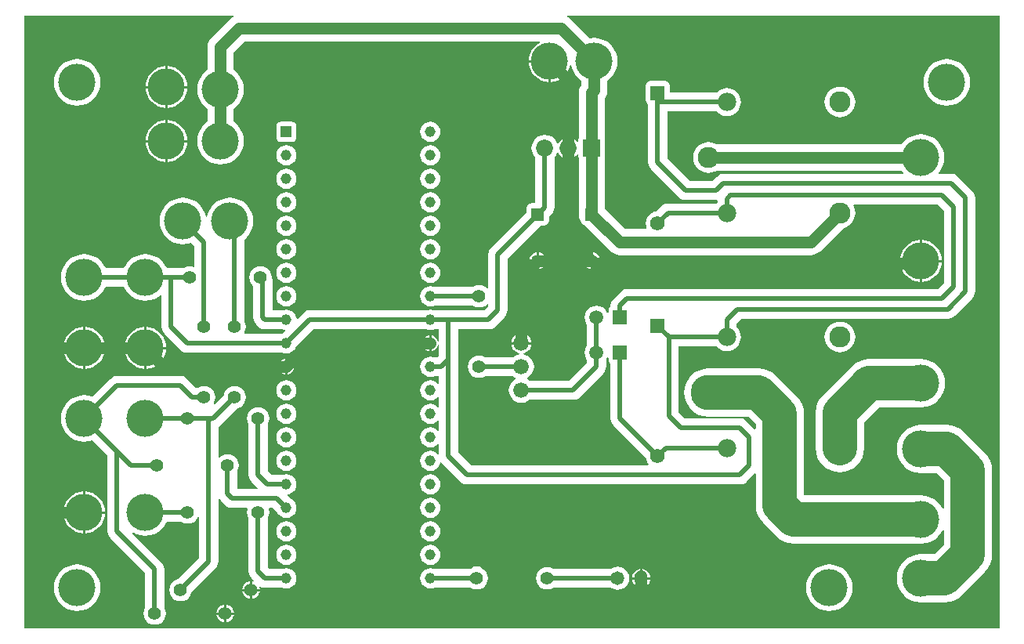
<source format=gbl>
G04 Layer_Physical_Order=2*
G04 Layer_Color=16711680*
%FSLAX44Y44*%
%MOMM*%
G71*
G01*
G75*
%ADD10C,0.5080*%
%ADD11C,1.2700*%
%ADD12C,3.6830*%
%ADD13C,1.4000*%
%ADD14C,1.4800*%
%ADD15C,4.0000*%
%ADD16C,1.5750*%
%ADD17R,1.5750X1.5750*%
%ADD18R,1.1590X1.1590*%
%ADD19C,1.1590*%
%ADD20C,2.2860*%
%ADD21C,1.9800*%
%ADD22C,3.8100*%
%ADD23C,1.6764*%
%ADD24C,1.8450*%
%ADD25R,1.8450X1.8450*%
%ADD26C,1.5000*%
%ADD27R,1.5000X1.5000*%
%ADD28R,1.3500X1.3500*%
%ADD29C,1.3500*%
G36*
X1060326Y6474D02*
X6474D01*
Y669166D01*
X232362D01*
X232710Y667935D01*
X231715Y667523D01*
X228797Y665284D01*
X208477Y644964D01*
X206237Y642045D01*
X204830Y638647D01*
X204349Y635000D01*
Y610161D01*
X200620Y607100D01*
X197486Y603281D01*
X195157Y598924D01*
X193723Y594197D01*
X193239Y589280D01*
X193723Y584363D01*
X195157Y579636D01*
X197486Y575279D01*
X200620Y571460D01*
X204349Y568399D01*
Y554281D01*
X200620Y551220D01*
X197486Y547401D01*
X195157Y543044D01*
X193723Y538317D01*
X193239Y533400D01*
X193723Y528483D01*
X195157Y523756D01*
X197486Y519399D01*
X200620Y515580D01*
X204439Y512446D01*
X208796Y510117D01*
X213523Y508683D01*
X218440Y508199D01*
X223357Y508683D01*
X228084Y510117D01*
X232441Y512446D01*
X236260Y515580D01*
X239394Y519399D01*
X241723Y523756D01*
X243157Y528483D01*
X243641Y533400D01*
X243157Y538317D01*
X241723Y543044D01*
X239394Y547401D01*
X236260Y551220D01*
X232530Y554281D01*
Y568399D01*
X236260Y571460D01*
X239394Y575279D01*
X241723Y579636D01*
X243157Y584363D01*
X243641Y589280D01*
X243157Y594197D01*
X241723Y598924D01*
X239394Y603281D01*
X236260Y607100D01*
X232530Y610161D01*
Y629164D01*
X244597Y641229D01*
X563697D01*
X564015Y639959D01*
X561457Y638592D01*
X558025Y635775D01*
X555208Y632343D01*
X553115Y628427D01*
X551826Y624179D01*
X551516Y621030D01*
X574040D01*
Y619760D01*
X575310D01*
Y597236D01*
X578459Y597546D01*
X582707Y598835D01*
X586623Y600928D01*
X590055Y603745D01*
X592872Y607177D01*
X594965Y611093D01*
X596254Y615341D01*
X596256Y615361D01*
X597532D01*
X597583Y614843D01*
X599017Y610116D01*
X601346Y605759D01*
X604480Y601940D01*
X608209Y598879D01*
Y593685D01*
X607557Y592835D01*
X606150Y589436D01*
X605670Y585789D01*
Y536584D01*
X605355Y535005D01*
Y532863D01*
X604086Y532432D01*
X602751Y534171D01*
X600293Y536057D01*
X597431Y537242D01*
X595630Y537479D01*
Y525780D01*
Y514081D01*
X597431Y514318D01*
X600293Y515503D01*
X602751Y517389D01*
X604086Y519128D01*
X605355Y518697D01*
Y516555D01*
X605670Y514977D01*
Y454260D01*
X606150Y450613D01*
X607557Y447215D01*
X608005Y446631D01*
X608225Y445528D01*
X609347Y443848D01*
X611028Y442725D01*
X611453Y442640D01*
X639877Y414217D01*
X639877Y414216D01*
X642795Y411977D01*
X646193Y410570D01*
X649840Y410089D01*
X649840Y410089D01*
X856330D01*
X859977Y410570D01*
X863375Y411977D01*
X866293Y414216D01*
X891609Y439532D01*
X894119Y440293D01*
X896987Y441826D01*
X899501Y443889D01*
X901564Y446403D01*
X903097Y449271D01*
X904041Y452384D01*
X904360Y455620D01*
X904041Y458857D01*
X903097Y461969D01*
X902202Y463643D01*
X902855Y464732D01*
X993975D01*
X1000672Y458035D01*
Y380165D01*
X993975Y373468D01*
X657860D01*
X655208Y373119D01*
X652736Y372095D01*
X650614Y370466D01*
X642994Y362846D01*
X641365Y360724D01*
X640341Y358252D01*
X639992Y355600D01*
X639992Y355600D01*
Y354674D01*
X639077Y354062D01*
X637955Y352382D01*
X637561Y350400D01*
Y348382D01*
X636291Y348129D01*
X635829Y349244D01*
X633812Y351872D01*
X631184Y353889D01*
X628124Y355156D01*
X624840Y355588D01*
X621556Y355156D01*
X618496Y353889D01*
X615868Y351872D01*
X613851Y349244D01*
X612584Y346184D01*
X612151Y342900D01*
X612584Y339616D01*
X613851Y336556D01*
X614592Y335590D01*
Y312110D01*
X613851Y311144D01*
X612584Y308084D01*
X612151Y304800D01*
X612584Y301516D01*
X613851Y298456D01*
X614592Y297490D01*
Y293805D01*
X595195Y274408D01*
X552319D01*
X550349Y275919D01*
X549610Y276225D01*
Y277495D01*
X550349Y277801D01*
X553161Y279959D01*
X555319Y282771D01*
X556675Y286046D01*
X557138Y289560D01*
X556675Y293074D01*
X555319Y296349D01*
X553161Y299161D01*
X550349Y301319D01*
X547074Y302675D01*
X545365Y302901D01*
Y304181D01*
X546411Y304319D01*
X549068Y305420D01*
X551350Y307170D01*
X553100Y309452D01*
X554201Y312109D01*
X554409Y313690D01*
X543560D01*
X532711D01*
X532919Y312109D01*
X534020Y309452D01*
X535770Y307170D01*
X538052Y305420D01*
X540709Y304319D01*
X541755Y304181D01*
Y302901D01*
X540046Y302675D01*
X536771Y301319D01*
X534801Y299808D01*
X504328D01*
X503932Y300112D01*
X500993Y301329D01*
X497840Y301744D01*
X494687Y301329D01*
X491748Y300112D01*
X489224Y298176D01*
X487288Y295652D01*
X486071Y292714D01*
X485656Y289560D01*
X486071Y286406D01*
X487288Y283468D01*
X489224Y280944D01*
X491748Y279008D01*
X494687Y277791D01*
X497840Y277376D01*
X500993Y277791D01*
X503932Y279008D01*
X504328Y279312D01*
X534801D01*
X536771Y277801D01*
X537510Y277495D01*
Y276225D01*
X536771Y275919D01*
X533959Y273761D01*
X531801Y270949D01*
X530444Y267674D01*
X529982Y264160D01*
X530444Y260646D01*
X531801Y257371D01*
X533959Y254559D01*
X536771Y252401D01*
X540046Y251045D01*
X543560Y250582D01*
X547074Y251045D01*
X550349Y252401D01*
X552319Y253912D01*
X599440D01*
X599440Y253912D01*
X602092Y254261D01*
X604564Y255285D01*
X606686Y256914D01*
X632086Y282314D01*
X632086Y282314D01*
X633715Y284436D01*
X634739Y286908D01*
X635088Y289560D01*
X635088Y289560D01*
Y297490D01*
X635829Y298456D01*
X636291Y299571D01*
X637561Y299318D01*
Y297300D01*
X637955Y295318D01*
X639077Y293638D01*
X639992Y293026D01*
Y233680D01*
X639992Y233680D01*
X640341Y231028D01*
X641365Y228556D01*
X642994Y226434D01*
X678029Y191398D01*
X678259Y189658D01*
X679564Y186507D01*
X681305Y184238D01*
X680736Y182968D01*
X489385D01*
X475068Y197285D01*
Y297180D01*
Y330112D01*
X508000D01*
X508000Y330112D01*
X510652Y330462D01*
X513124Y331485D01*
X515246Y333114D01*
X525406Y343274D01*
X525406Y343274D01*
X527035Y345396D01*
X528059Y347868D01*
X528408Y350520D01*
Y406836D01*
X563903Y442331D01*
X568090D01*
X570072Y442725D01*
X571753Y443848D01*
X572875Y445528D01*
X573270Y447510D01*
Y451697D01*
X576206Y454634D01*
X577835Y456756D01*
X578858Y459228D01*
X579208Y461880D01*
Y515636D01*
X581455Y518566D01*
X582347Y520719D01*
X583722D01*
X584083Y519847D01*
X585969Y517389D01*
X588427Y515503D01*
X591289Y514318D01*
X593090Y514081D01*
Y525780D01*
Y537479D01*
X591289Y537242D01*
X588427Y536057D01*
X585969Y534171D01*
X584083Y531713D01*
X583722Y530841D01*
X582347D01*
X581455Y532994D01*
X579162Y535982D01*
X576174Y538275D01*
X572694Y539717D01*
X568960Y540208D01*
X565226Y539717D01*
X561746Y538275D01*
X558758Y535982D01*
X556465Y532994D01*
X555023Y529514D01*
X554532Y525780D01*
X555023Y522046D01*
X556465Y518566D01*
X558712Y515636D01*
Y466190D01*
X554590D01*
X552608Y465796D01*
X550928Y464673D01*
X549805Y462992D01*
X549411Y461010D01*
Y456823D01*
X510914Y418326D01*
X509285Y416204D01*
X508261Y413732D01*
X507912Y411080D01*
X507912Y411080D01*
Y374453D01*
X506710Y374044D01*
X506456Y374376D01*
X503932Y376312D01*
X500993Y377529D01*
X497840Y377944D01*
X494687Y377529D01*
X491748Y376312D01*
X491352Y376008D01*
X448817D01*
X447979Y376355D01*
X445140Y376729D01*
X442301Y376355D01*
X439656Y375259D01*
X437384Y373516D01*
X435641Y371244D01*
X434545Y368599D01*
X434171Y365760D01*
X434545Y362921D01*
X435641Y360276D01*
X437384Y358004D01*
X439656Y356261D01*
X442301Y355165D01*
X445140Y354791D01*
X447979Y355165D01*
X448817Y355512D01*
X491352D01*
X491748Y355208D01*
X494687Y353991D01*
X497840Y353576D01*
X500993Y353991D01*
X503932Y355208D01*
X506456Y357144D01*
X506710Y357476D01*
X507912Y357067D01*
Y354765D01*
X503755Y350608D01*
X448817D01*
X447979Y350955D01*
X445140Y351329D01*
X442301Y350955D01*
X441462Y350608D01*
X314960D01*
X314960Y350608D01*
X312308Y350258D01*
X309836Y349235D01*
X307714Y347606D01*
X307714Y347606D01*
X301537Y341429D01*
X300334Y341838D01*
X300155Y343199D01*
X299059Y345844D01*
X297316Y348116D01*
X295044Y349859D01*
X292399Y350955D01*
X289560Y351329D01*
X286721Y350955D01*
X285882Y350608D01*
X274408D01*
Y383540D01*
X274058Y386192D01*
X273664Y387145D01*
X273389Y389234D01*
X272172Y392172D01*
X270236Y394696D01*
X267712Y396632D01*
X264774Y397849D01*
X261620Y398264D01*
X258466Y397849D01*
X255528Y396632D01*
X253004Y394696D01*
X251068Y392172D01*
X249851Y389234D01*
X249436Y386080D01*
X249851Y382926D01*
X251068Y379988D01*
X253004Y377464D01*
X253912Y376768D01*
Y342900D01*
X253912Y342900D01*
X254261Y340248D01*
X255285Y337776D01*
X256914Y335654D01*
X259454Y333114D01*
X259454Y333114D01*
X261576Y331485D01*
X264048Y330462D01*
X266700Y330112D01*
X285882D01*
X286721Y329765D01*
X288083Y329586D01*
X288491Y328383D01*
X285315Y325208D01*
X244562D01*
X244001Y326347D01*
X244232Y326648D01*
X245449Y329586D01*
X245864Y332740D01*
X245449Y335894D01*
X244232Y338832D01*
X243928Y339229D01*
Y427174D01*
X246420Y429220D01*
X249554Y433039D01*
X251883Y437396D01*
X253317Y442123D01*
X253801Y447040D01*
X253317Y451957D01*
X251883Y456684D01*
X249554Y461041D01*
X246420Y464860D01*
X242601Y467994D01*
X238244Y470323D01*
X233517Y471757D01*
X228600Y472241D01*
X223683Y471757D01*
X218956Y470323D01*
X214599Y467994D01*
X210780Y464860D01*
X207646Y461041D01*
X205317Y456684D01*
X203883Y451957D01*
X203838Y451502D01*
X202562D01*
X202517Y451957D01*
X201083Y456684D01*
X198754Y461041D01*
X195620Y464860D01*
X191801Y467994D01*
X187444Y470323D01*
X182717Y471757D01*
X177800Y472241D01*
X172883Y471757D01*
X168156Y470323D01*
X163799Y467994D01*
X159980Y464860D01*
X156846Y461041D01*
X154517Y456684D01*
X153083Y451957D01*
X152599Y447040D01*
X153083Y442123D01*
X154517Y437396D01*
X156846Y433039D01*
X159980Y429220D01*
X163799Y426086D01*
X168156Y423757D01*
X172883Y422323D01*
X177800Y421839D01*
X182717Y422323D01*
X186789Y423558D01*
X190412Y419935D01*
Y398230D01*
X189356Y397525D01*
X188573Y397849D01*
X185420Y398264D01*
X182267Y397849D01*
X179328Y396632D01*
X178932Y396328D01*
X160120D01*
X158114Y400081D01*
X154980Y403900D01*
X151161Y407034D01*
X146804Y409363D01*
X142077Y410797D01*
X137160Y411281D01*
X132243Y410797D01*
X127516Y409363D01*
X123159Y407034D01*
X119340Y403900D01*
X116206Y400081D01*
X114200Y396328D01*
X94080D01*
X92074Y400081D01*
X88940Y403900D01*
X85121Y407034D01*
X80764Y409363D01*
X76037Y410797D01*
X71120Y411281D01*
X66203Y410797D01*
X61476Y409363D01*
X57119Y407034D01*
X53300Y403900D01*
X50166Y400081D01*
X47837Y395724D01*
X46403Y390997D01*
X45919Y386080D01*
X46403Y381163D01*
X47837Y376436D01*
X50166Y372079D01*
X53300Y368260D01*
X57119Y365126D01*
X61476Y362797D01*
X66203Y361363D01*
X71120Y360879D01*
X76037Y361363D01*
X80764Y362797D01*
X85121Y365126D01*
X88940Y368260D01*
X92074Y372079D01*
X94080Y375832D01*
X114200D01*
X116206Y372079D01*
X119340Y368260D01*
X123159Y365126D01*
X127516Y362797D01*
X132243Y361363D01*
X137160Y360879D01*
X142077Y361363D01*
X146804Y362797D01*
X151161Y365126D01*
X153704Y367213D01*
X154852Y366670D01*
Y332740D01*
X154852Y332740D01*
X155202Y330088D01*
X156225Y327616D01*
X157854Y325494D01*
X175634Y307714D01*
X175634Y307714D01*
X177756Y306085D01*
X180228Y305061D01*
X182880Y304712D01*
X285882D01*
X286721Y304365D01*
X289560Y303991D01*
X292399Y304365D01*
X295044Y305461D01*
X297316Y307204D01*
X299059Y309476D01*
X299407Y310314D01*
X319205Y330112D01*
X441462D01*
X442301Y329765D01*
X445140Y329391D01*
X447979Y329765D01*
X448817Y330112D01*
X454572D01*
Y316901D01*
X453302Y316818D01*
X453260Y317136D01*
X452421Y319163D01*
X451085Y320905D01*
X449343Y322241D01*
X447316Y323080D01*
X446410Y323200D01*
Y314960D01*
Y306720D01*
X447316Y306840D01*
X449343Y307679D01*
X451085Y309015D01*
X452421Y310757D01*
X453260Y312784D01*
X453302Y313102D01*
X454572Y313019D01*
Y301425D01*
X452955Y299808D01*
X448817D01*
X447979Y300155D01*
X445140Y300529D01*
X442301Y300155D01*
X439656Y299059D01*
X437384Y297316D01*
X435641Y295044D01*
X434545Y292399D01*
X434171Y289560D01*
X434545Y286721D01*
X435641Y284076D01*
X437384Y281804D01*
X439656Y280061D01*
X442301Y278965D01*
X445140Y278591D01*
X447979Y278965D01*
X448817Y279312D01*
X454572D01*
Y271707D01*
X453370Y271299D01*
X452896Y271916D01*
X450624Y273659D01*
X447979Y274755D01*
X445140Y275129D01*
X442301Y274755D01*
X439656Y273659D01*
X437384Y271916D01*
X435641Y269644D01*
X434545Y266999D01*
X434171Y264160D01*
X434545Y261321D01*
X435641Y258676D01*
X437384Y256404D01*
X439656Y254661D01*
X442301Y253565D01*
X445140Y253191D01*
X447979Y253565D01*
X450624Y254661D01*
X452896Y256404D01*
X453370Y257021D01*
X454572Y256613D01*
Y246307D01*
X453370Y245899D01*
X452896Y246516D01*
X450624Y248259D01*
X447979Y249355D01*
X445140Y249729D01*
X442301Y249355D01*
X439656Y248259D01*
X437384Y246516D01*
X435641Y244244D01*
X434545Y241599D01*
X434171Y238760D01*
X434545Y235921D01*
X435641Y233276D01*
X437384Y231004D01*
X439656Y229261D01*
X442301Y228165D01*
X445140Y227791D01*
X447979Y228165D01*
X450624Y229261D01*
X452896Y231004D01*
X453370Y231621D01*
X454572Y231213D01*
Y220907D01*
X453370Y220499D01*
X452896Y221116D01*
X450624Y222859D01*
X447979Y223955D01*
X445140Y224329D01*
X442301Y223955D01*
X439656Y222859D01*
X437384Y221116D01*
X435641Y218844D01*
X434545Y216199D01*
X434171Y213360D01*
X434545Y210521D01*
X435641Y207876D01*
X437384Y205604D01*
X439656Y203861D01*
X442301Y202765D01*
X445140Y202391D01*
X447979Y202765D01*
X450624Y203861D01*
X452896Y205604D01*
X453370Y206221D01*
X454572Y205813D01*
Y195507D01*
X453370Y195099D01*
X452896Y195716D01*
X450624Y197459D01*
X447979Y198555D01*
X445140Y198929D01*
X442301Y198555D01*
X439656Y197459D01*
X437384Y195716D01*
X435641Y193444D01*
X434545Y190799D01*
X434171Y187960D01*
X434545Y185121D01*
X435641Y182476D01*
X437384Y180204D01*
X439656Y178461D01*
X442301Y177365D01*
X445140Y176991D01*
X447979Y177365D01*
X450624Y178461D01*
X452896Y180204D01*
X454639Y182476D01*
X455735Y185121D01*
X455863Y186096D01*
X457090Y186424D01*
X457574Y185794D01*
X477894Y165474D01*
X480016Y163845D01*
X482488Y162822D01*
X485140Y162472D01*
X485140Y162472D01*
X779780D01*
X779780Y162472D01*
X782432Y162822D01*
X784904Y163845D01*
X787026Y165474D01*
X795626Y174073D01*
X796799Y173587D01*
Y139700D01*
X797302Y134596D01*
X798790Y129689D01*
X801208Y125166D01*
X804461Y121201D01*
X819701Y105961D01*
X823666Y102708D01*
X828189Y100290D01*
X833096Y98802D01*
X838200Y98299D01*
X975360D01*
X980464Y98802D01*
X985371Y100290D01*
X989894Y102708D01*
X993859Y105961D01*
X997112Y109926D01*
X998729Y112951D01*
X999999Y112633D01*
Y97196D01*
X989924Y87121D01*
X975360D01*
X970256Y86618D01*
X965349Y85130D01*
X960826Y82712D01*
X956861Y79459D01*
X953608Y75494D01*
X951190Y70971D01*
X949702Y66064D01*
X949199Y60960D01*
X949702Y55856D01*
X951190Y50949D01*
X953608Y46426D01*
X956861Y42461D01*
X960826Y39208D01*
X965349Y36790D01*
X970256Y35302D01*
X975360Y34799D01*
X1000760D01*
X1005864Y35302D01*
X1010771Y36790D01*
X1015294Y39208D01*
X1019259Y42461D01*
X1044659Y67861D01*
X1044659Y67861D01*
X1047912Y71826D01*
X1050330Y76349D01*
X1051818Y81256D01*
X1052321Y86360D01*
X1052321Y86360D01*
Y177800D01*
X1051818Y182904D01*
X1050330Y187811D01*
X1047912Y192334D01*
X1044659Y196299D01*
X1021799Y219159D01*
X1017834Y222412D01*
X1013311Y224830D01*
X1008404Y226318D01*
X1003300Y226821D01*
X975360D01*
X970256Y226318D01*
X965349Y224830D01*
X960826Y222412D01*
X956861Y219159D01*
X953608Y215194D01*
X951190Y210671D01*
X949702Y205764D01*
X949199Y200660D01*
X949702Y195556D01*
X951190Y190649D01*
X953608Y186126D01*
X956861Y182161D01*
X960826Y178908D01*
X965349Y176490D01*
X970256Y175002D01*
X975360Y174499D01*
X992464D01*
X999999Y166964D01*
Y136287D01*
X998729Y135969D01*
X997112Y138994D01*
X993859Y142959D01*
X989894Y146212D01*
X985371Y148630D01*
X980464Y150118D01*
X975360Y150621D01*
X849121D01*
Y238760D01*
X848618Y243864D01*
X847130Y248771D01*
X844712Y253294D01*
X841459Y257259D01*
X818599Y280119D01*
X814634Y283372D01*
X810111Y285790D01*
X805204Y287278D01*
X800100Y287781D01*
X745770D01*
X740666Y287278D01*
X735759Y285790D01*
X731236Y283372D01*
X727271Y280119D01*
X724018Y276154D01*
X721600Y271631D01*
X720112Y266724D01*
X719609Y261620D01*
X720112Y256516D01*
X721600Y251609D01*
X724018Y247086D01*
X727271Y243121D01*
X731236Y239868D01*
X735759Y237450D01*
X740666Y235962D01*
X745770Y235459D01*
X789264D01*
X796799Y227924D01*
Y222653D01*
X795626Y222167D01*
X787026Y230766D01*
X784904Y232395D01*
X782432Y233419D01*
X779780Y233768D01*
X779780Y233768D01*
X720525D01*
X713548Y240745D01*
Y311372D01*
X754801D01*
X755126Y310976D01*
X757407Y309104D01*
X760010Y307713D01*
X762833Y306857D01*
X765770Y306567D01*
X768707Y306857D01*
X771530Y307713D01*
X774133Y309104D01*
X776414Y310976D01*
X778286Y313257D01*
X779677Y315860D01*
X780533Y318683D01*
X780822Y321620D01*
X780533Y324557D01*
X779677Y327380D01*
X778286Y329983D01*
X776414Y332264D01*
X776018Y332589D01*
Y336115D01*
X781485Y341582D01*
X1004610D01*
X1004610Y341582D01*
X1007262Y341932D01*
X1009734Y342955D01*
X1011856Y344584D01*
X1030866Y363594D01*
X1030866Y363594D01*
X1032495Y365716D01*
X1033519Y368188D01*
X1033868Y370840D01*
X1033868Y370840D01*
Y472440D01*
X1033519Y475092D01*
X1032495Y477564D01*
X1030866Y479686D01*
X1015626Y494926D01*
X1013504Y496555D01*
X1011032Y497579D01*
X1008380Y497928D01*
X1008380Y497928D01*
X994770D01*
X994227Y499076D01*
X996314Y501619D01*
X998643Y505976D01*
X1000077Y510703D01*
X1000561Y515620D01*
X1000077Y520537D01*
X998643Y525264D01*
X996314Y529621D01*
X993180Y533440D01*
X989361Y536574D01*
X985004Y538903D01*
X980277Y540337D01*
X975360Y540821D01*
X970443Y540337D01*
X965716Y538903D01*
X961359Y536574D01*
X957540Y533440D01*
X954479Y529711D01*
X754432D01*
X752119Y530947D01*
X749006Y531891D01*
X745770Y532210D01*
X742533Y531891D01*
X739421Y530947D01*
X736553Y529414D01*
X734039Y527351D01*
X731976Y524837D01*
X730443Y521969D01*
X729499Y518857D01*
X729180Y515620D01*
X729499Y512383D01*
X730443Y509271D01*
X731976Y506403D01*
X734039Y503889D01*
X736553Y501826D01*
X739421Y500293D01*
X742533Y499349D01*
X745770Y499030D01*
X749006Y499349D01*
X752119Y500293D01*
X754432Y501530D01*
X954479D01*
X956493Y499076D01*
X955950Y497928D01*
X762000D01*
X759348Y497579D01*
X756876Y496555D01*
X754754Y494926D01*
X750135Y490308D01*
X725605D01*
X701128Y514785D01*
Y565372D01*
X754801D01*
X755126Y564976D01*
X757407Y563104D01*
X760010Y561713D01*
X762833Y560857D01*
X765770Y560567D01*
X768707Y560857D01*
X771530Y561713D01*
X774133Y563104D01*
X776414Y564976D01*
X778286Y567257D01*
X779677Y569860D01*
X780533Y572683D01*
X780822Y575620D01*
X780533Y578557D01*
X779677Y581380D01*
X778286Y583983D01*
X776414Y586264D01*
X774133Y588136D01*
X771530Y589527D01*
X768707Y590383D01*
X765770Y590672D01*
X762833Y590383D01*
X760010Y589527D01*
X757407Y588136D01*
X755126Y586264D01*
X754801Y585868D01*
X703934D01*
Y593375D01*
X703540Y595357D01*
X702418Y597037D01*
X700737Y598160D01*
X698755Y598554D01*
X683005D01*
X681023Y598160D01*
X679342Y597037D01*
X678220Y595357D01*
X677825Y593375D01*
Y577625D01*
X678220Y575643D01*
X679342Y573963D01*
X680632Y573101D01*
Y510540D01*
X680632Y510540D01*
X680982Y507888D01*
X682005Y505416D01*
X683634Y503294D01*
X714114Y472814D01*
X714114Y472814D01*
X716236Y471185D01*
X718708Y470162D01*
X721360Y469812D01*
X754380D01*
X754380Y469812D01*
X754567Y469837D01*
X755522Y469000D01*
Y466589D01*
X755126Y466264D01*
X754801Y465868D01*
X702000D01*
X702000Y465868D01*
X699348Y465519D01*
X696876Y464495D01*
X694754Y462866D01*
X694754Y462866D01*
X689238Y457351D01*
X687498Y457122D01*
X684347Y455816D01*
X681640Y453740D01*
X679564Y451033D01*
X678259Y447882D01*
X677813Y444500D01*
X678259Y441118D01*
X679000Y439327D01*
X678295Y438270D01*
X655677D01*
X633851Y460097D01*
Y514977D01*
X634165Y516555D01*
Y535005D01*
X633851Y536584D01*
Y580434D01*
X634503Y581284D01*
X635910Y584683D01*
X636390Y588330D01*
Y598879D01*
X640120Y601940D01*
X643254Y605759D01*
X645583Y610116D01*
X647017Y614843D01*
X647501Y619760D01*
X647017Y624677D01*
X645583Y629404D01*
X643254Y633761D01*
X640120Y637580D01*
X636301Y640714D01*
X631944Y643043D01*
X627217Y644477D01*
X622300Y644961D01*
X617499Y644488D01*
X596703Y665284D01*
X593785Y667523D01*
X592885Y667896D01*
X593138Y669166D01*
X1060326D01*
Y6474D01*
D02*
G37*
%LPC*%
G36*
X289560Y249729D02*
X286721Y249355D01*
X284076Y248259D01*
X281804Y246516D01*
X280061Y244244D01*
X278965Y241599D01*
X278591Y238760D01*
X278965Y235921D01*
X280061Y233276D01*
X281804Y231004D01*
X284076Y229261D01*
X286721Y228165D01*
X289560Y227791D01*
X292399Y228165D01*
X295044Y229261D01*
X297316Y231004D01*
X299059Y233276D01*
X300155Y235921D01*
X300529Y238760D01*
X300155Y241599D01*
X299059Y244244D01*
X297316Y246516D01*
X295044Y248259D01*
X292399Y249355D01*
X289560Y249729D01*
D02*
G37*
G36*
Y275129D02*
X286721Y274755D01*
X284076Y273659D01*
X281804Y271916D01*
X280061Y269644D01*
X278965Y266999D01*
X278591Y264160D01*
X278965Y261321D01*
X280061Y258676D01*
X281804Y256404D01*
X284076Y254661D01*
X286721Y253565D01*
X289560Y253191D01*
X292399Y253565D01*
X295044Y254661D01*
X297316Y256404D01*
X299059Y258676D01*
X300155Y261321D01*
X300529Y264160D01*
X300155Y266999D01*
X299059Y269644D01*
X297316Y271916D01*
X295044Y273659D01*
X292399Y274755D01*
X289560Y275129D01*
D02*
G37*
G36*
X288290Y288290D02*
X281320D01*
X281439Y287384D01*
X282279Y285357D01*
X283615Y283615D01*
X285357Y282279D01*
X287384Y281439D01*
X288290Y281320D01*
Y288290D01*
D02*
G37*
G36*
X175260Y279488D02*
X175260Y279488D01*
X106680D01*
X106680Y279488D01*
X104028Y279139D01*
X101556Y278115D01*
X99434Y276486D01*
X80109Y257162D01*
X76037Y258397D01*
X71120Y258881D01*
X66203Y258397D01*
X61476Y256963D01*
X57119Y254634D01*
X53300Y251500D01*
X50166Y247681D01*
X47837Y243324D01*
X46403Y238597D01*
X45919Y233680D01*
X46403Y228763D01*
X47837Y224036D01*
X50166Y219679D01*
X53300Y215860D01*
X57119Y212726D01*
X61476Y210397D01*
X66203Y208963D01*
X71120Y208479D01*
X76037Y208963D01*
X80109Y210198D01*
X96432Y193875D01*
Y111760D01*
X96432Y111760D01*
X96782Y109108D01*
X97805Y106636D01*
X99434Y104514D01*
X137072Y66875D01*
Y29348D01*
X136768Y28952D01*
X135551Y26014D01*
X135136Y22860D01*
X135551Y19706D01*
X136768Y16768D01*
X138704Y14244D01*
X141228Y12308D01*
X144166Y11091D01*
X147320Y10676D01*
X150473Y11091D01*
X153412Y12308D01*
X155936Y14244D01*
X157872Y16768D01*
X159089Y19706D01*
X159504Y22860D01*
X159089Y26014D01*
X157872Y28952D01*
X157568Y29348D01*
Y71120D01*
X157568Y71120D01*
X157219Y73772D01*
X156195Y76244D01*
X154566Y78366D01*
X154566Y78366D01*
X123347Y109585D01*
X124112Y110616D01*
X127516Y108797D01*
X132243Y107363D01*
X137160Y106879D01*
X142077Y107363D01*
X146804Y108797D01*
X151161Y111126D01*
X154980Y114260D01*
X158114Y118079D01*
X160120Y121832D01*
X176392D01*
X176788Y121528D01*
X179727Y120311D01*
X182880Y119896D01*
X186033Y120311D01*
X188972Y121528D01*
X191496Y123464D01*
X193432Y125988D01*
X194222Y127896D01*
X195492Y127644D01*
Y82985D01*
X172602Y60094D01*
X172106Y60029D01*
X169168Y58812D01*
X166644Y56876D01*
X164708Y54352D01*
X163491Y51413D01*
X163076Y48260D01*
X163491Y45107D01*
X164708Y42168D01*
X166644Y39644D01*
X169168Y37708D01*
X172106Y36491D01*
X175260Y36076D01*
X178414Y36491D01*
X181352Y37708D01*
X183876Y39644D01*
X185812Y42168D01*
X187029Y45107D01*
X187094Y45602D01*
X212986Y71494D01*
X212986Y71494D01*
X214615Y73616D01*
X215639Y76088D01*
X215988Y78740D01*
Y146404D01*
X217118Y147185D01*
X217258Y147182D01*
X218814Y145154D01*
X223894Y140074D01*
X223894Y140074D01*
X226016Y138445D01*
X228488Y137422D01*
X231140Y137072D01*
X231140Y137072D01*
X246930D01*
X247635Y136016D01*
X247311Y135233D01*
X246896Y132080D01*
X247311Y128926D01*
X248528Y125988D01*
X248832Y125591D01*
Y68580D01*
X248832Y68580D01*
X249181Y65928D01*
X250205Y63456D01*
X251834Y61334D01*
X254442Y58725D01*
X254084Y57872D01*
X253797Y57575D01*
X252730Y57715D01*
Y49530D01*
X260915D01*
X260754Y50750D01*
X260533Y51285D01*
X261576Y52085D01*
X264048Y51062D01*
X266700Y50712D01*
X285882D01*
X286721Y50365D01*
X289560Y49991D01*
X292399Y50365D01*
X295044Y51461D01*
X297316Y53204D01*
X299059Y55476D01*
X300155Y58121D01*
X300529Y60960D01*
X300155Y63799D01*
X299059Y66444D01*
X297316Y68716D01*
X295044Y70459D01*
X292399Y71555D01*
X289560Y71929D01*
X286721Y71555D01*
X285882Y71208D01*
X270945D01*
X269328Y72825D01*
Y125591D01*
X269632Y125988D01*
X270849Y128926D01*
X271264Y132080D01*
X270849Y135233D01*
X270525Y136016D01*
X271230Y137072D01*
X275155D01*
X279713Y132514D01*
X280061Y131676D01*
X281804Y129404D01*
X284076Y127661D01*
X286721Y126565D01*
X289560Y126191D01*
X292399Y126565D01*
X295044Y127661D01*
X297316Y129404D01*
X299059Y131676D01*
X300155Y134321D01*
X300529Y137160D01*
X300155Y139999D01*
X299059Y142644D01*
X297316Y144916D01*
X295044Y146659D01*
X294206Y147007D01*
X290629Y150583D01*
X291038Y151786D01*
X292399Y151965D01*
X295044Y153061D01*
X297316Y154804D01*
X299059Y157076D01*
X300155Y159721D01*
X300529Y162560D01*
X300155Y165399D01*
X299059Y168044D01*
X297316Y170316D01*
X295044Y172059D01*
X292399Y173155D01*
X289560Y173529D01*
X286721Y173155D01*
X285882Y172808D01*
X273485D01*
X269328Y176965D01*
Y227192D01*
X269632Y227588D01*
X270849Y230527D01*
X271264Y233680D01*
X270849Y236833D01*
X269632Y239772D01*
X267696Y242296D01*
X265172Y244232D01*
X262234Y245449D01*
X259080Y245864D01*
X255926Y245449D01*
X252988Y244232D01*
X250464Y242296D01*
X248528Y239772D01*
X247311Y236833D01*
X246896Y233680D01*
X247311Y230527D01*
X248528Y227588D01*
X248832Y227192D01*
Y172720D01*
X248832Y172720D01*
X249181Y170068D01*
X250205Y167596D01*
X251834Y165474D01*
X258567Y158741D01*
X258081Y157568D01*
X236308D01*
Y176392D01*
X236612Y176788D01*
X237829Y179727D01*
X238244Y182880D01*
X237829Y186033D01*
X236612Y188972D01*
X234676Y191496D01*
X232152Y193432D01*
X229214Y194649D01*
X226060Y195064D01*
X222906Y194649D01*
X219968Y193432D01*
X217444Y191496D01*
X217190Y191164D01*
X215988Y191573D01*
Y224839D01*
X218066Y226434D01*
X236338Y244706D01*
X236833Y244771D01*
X239772Y245988D01*
X242296Y247924D01*
X244232Y250448D01*
X245449Y253386D01*
X245864Y256540D01*
X245449Y259694D01*
X244232Y262632D01*
X242296Y265156D01*
X239772Y267092D01*
X236833Y268309D01*
X233680Y268724D01*
X230527Y268309D01*
X227588Y267092D01*
X225064Y265156D01*
X223128Y262632D01*
X221911Y259694D01*
X221846Y259198D01*
X211880Y249232D01*
X210923Y250072D01*
X211212Y250448D01*
X212429Y253386D01*
X212844Y256540D01*
X212429Y259694D01*
X211212Y262632D01*
X209276Y265156D01*
X206752Y267092D01*
X203813Y268309D01*
X200660Y268724D01*
X197507Y268309D01*
X194568Y267092D01*
X194172Y266788D01*
X192205D01*
X182506Y276486D01*
X180384Y278115D01*
X177912Y279139D01*
X175260Y279488D01*
D02*
G37*
G36*
X289560Y224329D02*
X286721Y223955D01*
X284076Y222859D01*
X281804Y221116D01*
X280061Y218844D01*
X278965Y216199D01*
X278591Y213360D01*
X278965Y210521D01*
X280061Y207876D01*
X281804Y205604D01*
X284076Y203861D01*
X286721Y202765D01*
X289560Y202391D01*
X292399Y202765D01*
X295044Y203861D01*
X297316Y205604D01*
X299059Y207876D01*
X300155Y210521D01*
X300529Y213360D01*
X300155Y216199D01*
X299059Y218844D01*
X297316Y221116D01*
X295044Y222859D01*
X292399Y223955D01*
X289560Y224329D01*
D02*
G37*
G36*
X72390Y154604D02*
Y133350D01*
X93644D01*
X93334Y136499D01*
X92045Y140747D01*
X89952Y144663D01*
X87135Y148095D01*
X83703Y150912D01*
X79787Y153005D01*
X75539Y154294D01*
X72390Y154604D01*
D02*
G37*
G36*
X69850D02*
X66701Y154294D01*
X62453Y153005D01*
X58537Y150912D01*
X55105Y148095D01*
X52288Y144663D01*
X50195Y140747D01*
X48906Y136499D01*
X48596Y133350D01*
X69850D01*
Y154604D01*
D02*
G37*
G36*
X445140Y173529D02*
X442301Y173155D01*
X439656Y172059D01*
X437384Y170316D01*
X435641Y168044D01*
X434545Y165399D01*
X434171Y162560D01*
X434545Y159721D01*
X435641Y157076D01*
X437384Y154804D01*
X439656Y153061D01*
X442301Y151965D01*
X445140Y151591D01*
X447979Y151965D01*
X450624Y153061D01*
X452896Y154804D01*
X454639Y157076D01*
X455735Y159721D01*
X456109Y162560D01*
X455735Y165399D01*
X454639Y168044D01*
X452896Y170316D01*
X450624Y172059D01*
X447979Y173155D01*
X445140Y173529D01*
D02*
G37*
G36*
X289560Y198929D02*
X286721Y198555D01*
X284076Y197459D01*
X281804Y195716D01*
X280061Y193444D01*
X278965Y190799D01*
X278591Y187960D01*
X278965Y185121D01*
X280061Y182476D01*
X281804Y180204D01*
X284076Y178461D01*
X286721Y177365D01*
X289560Y176991D01*
X292399Y177365D01*
X295044Y178461D01*
X297316Y180204D01*
X299059Y182476D01*
X300155Y185121D01*
X300529Y187960D01*
X300155Y190799D01*
X299059Y193444D01*
X297316Y195716D01*
X295044Y197459D01*
X292399Y198555D01*
X289560Y198929D01*
D02*
G37*
G36*
X975360Y297941D02*
X919480D01*
X914376Y297438D01*
X909469Y295950D01*
X904946Y293532D01*
X900981Y290279D01*
X900981Y290278D01*
X869271Y258569D01*
X866018Y254604D01*
X863600Y250082D01*
X862112Y245174D01*
X861609Y240070D01*
Y201620D01*
X862112Y196516D01*
X863600Y191609D01*
X866018Y187086D01*
X869271Y183121D01*
X873236Y179868D01*
X877759Y177451D01*
X882666Y175962D01*
X887770Y175459D01*
X892874Y175962D01*
X897782Y177451D01*
X902304Y179868D01*
X906269Y183121D01*
X909522Y187086D01*
X911940Y191609D01*
X913428Y196516D01*
X913931Y201620D01*
Y229234D01*
X930316Y245619D01*
X975360D01*
X980464Y246122D01*
X985371Y247610D01*
X989894Y250028D01*
X993859Y253281D01*
X997112Y257246D01*
X999530Y261769D01*
X1001018Y266676D01*
X1001521Y271780D01*
X1001018Y276884D01*
X999530Y281791D01*
X997112Y286314D01*
X993859Y290279D01*
X989894Y293532D01*
X985371Y295950D01*
X980464Y297438D01*
X975360Y297941D01*
D02*
G37*
G36*
X297800Y288290D02*
X290830D01*
Y281320D01*
X291736Y281439D01*
X293763Y282279D01*
X295505Y283615D01*
X296841Y285357D01*
X297680Y287384D01*
X297800Y288290D01*
D02*
G37*
G36*
X887770Y338210D02*
X884534Y337891D01*
X881422Y336947D01*
X878553Y335414D01*
X876039Y333351D01*
X873976Y330837D01*
X872443Y327969D01*
X871499Y324856D01*
X871180Y321620D01*
X871499Y318383D01*
X872443Y315271D01*
X873976Y312403D01*
X876039Y309889D01*
X878553Y307826D01*
X881422Y306293D01*
X884534Y305349D01*
X887770Y305030D01*
X891007Y305349D01*
X894119Y306293D01*
X896987Y307826D01*
X899501Y309889D01*
X901564Y312403D01*
X903097Y315271D01*
X904041Y318383D01*
X904360Y321620D01*
X904041Y324856D01*
X903097Y327969D01*
X901564Y330837D01*
X899501Y333351D01*
X896987Y335414D01*
X894119Y336947D01*
X891007Y337891D01*
X887770Y338210D01*
D02*
G37*
G36*
X290830Y297800D02*
Y290830D01*
X297800D01*
X297680Y291736D01*
X296841Y293763D01*
X295505Y295505D01*
X293763Y296841D01*
X291736Y297680D01*
X290830Y297800D01*
D02*
G37*
G36*
X443870Y313690D02*
X436900D01*
X437020Y312784D01*
X437859Y310757D01*
X439195Y309015D01*
X440937Y307679D01*
X442964Y306840D01*
X443870Y306720D01*
Y313690D01*
D02*
G37*
G36*
X72390Y332404D02*
Y311150D01*
X93644D01*
X93334Y314299D01*
X92045Y318547D01*
X89952Y322463D01*
X87135Y325895D01*
X83703Y328712D01*
X79787Y330805D01*
X75539Y332094D01*
X72390Y332404D01*
D02*
G37*
G36*
X69850D02*
X66701Y332094D01*
X62453Y330805D01*
X58537Y328712D01*
X55105Y325895D01*
X52288Y322463D01*
X50195Y318547D01*
X48906Y314299D01*
X48596Y311150D01*
X69850D01*
Y332404D01*
D02*
G37*
G36*
X93644Y308610D02*
X72390D01*
Y287356D01*
X75539Y287666D01*
X79787Y288955D01*
X83703Y291048D01*
X87135Y293865D01*
X89952Y297297D01*
X92045Y301213D01*
X93334Y305461D01*
X93644Y308610D01*
D02*
G37*
G36*
X69850D02*
X48596D01*
X48906Y305461D01*
X50195Y301213D01*
X52288Y297297D01*
X55105Y293865D01*
X58537Y291048D01*
X62453Y288955D01*
X66701Y287666D01*
X69850Y287356D01*
Y308610D01*
D02*
G37*
G36*
X135890D02*
X114636D01*
X114946Y305461D01*
X116235Y301213D01*
X118328Y297297D01*
X121145Y293865D01*
X124577Y291048D01*
X128493Y288955D01*
X132741Y287666D01*
X135890Y287356D01*
Y308610D01*
D02*
G37*
G36*
X288290Y297800D02*
X287384Y297680D01*
X285357Y296841D01*
X283615Y295505D01*
X282279Y293763D01*
X281439Y291736D01*
X281320Y290830D01*
X288290D01*
Y297800D01*
D02*
G37*
G36*
X159684Y308610D02*
X138430D01*
Y287356D01*
X141579Y287666D01*
X145827Y288955D01*
X149743Y291048D01*
X153175Y293865D01*
X155992Y297297D01*
X158085Y301213D01*
X159374Y305461D01*
X159684Y308610D01*
D02*
G37*
G36*
X445140Y148129D02*
X442301Y147755D01*
X439656Y146659D01*
X437384Y144916D01*
X435641Y142644D01*
X434545Y139999D01*
X434171Y137160D01*
X434545Y134321D01*
X435641Y131676D01*
X437384Y129404D01*
X439656Y127661D01*
X442301Y126565D01*
X445140Y126191D01*
X447979Y126565D01*
X450624Y127661D01*
X452896Y129404D01*
X454639Y131676D01*
X455735Y134321D01*
X456109Y137160D01*
X455735Y139999D01*
X454639Y142644D01*
X452896Y144916D01*
X450624Y146659D01*
X447979Y147755D01*
X445140Y148129D01*
D02*
G37*
G36*
X250190Y46990D02*
X242005D01*
X242166Y45770D01*
X243127Y43449D01*
X244656Y41456D01*
X246649Y39927D01*
X248970Y38966D01*
X250190Y38805D01*
Y46990D01*
D02*
G37*
G36*
X876300Y76001D02*
X871383Y75517D01*
X866656Y74083D01*
X862299Y71754D01*
X858480Y68620D01*
X855346Y64801D01*
X853017Y60444D01*
X851583Y55717D01*
X851099Y50800D01*
X851583Y45883D01*
X853017Y41156D01*
X855346Y36799D01*
X858480Y32980D01*
X862299Y29846D01*
X866656Y27517D01*
X871383Y26083D01*
X876300Y25599D01*
X881217Y26083D01*
X885944Y27517D01*
X890301Y29846D01*
X894120Y32980D01*
X897254Y36799D01*
X899583Y41156D01*
X901017Y45883D01*
X901501Y50800D01*
X901017Y55717D01*
X899583Y60444D01*
X897254Y64801D01*
X894120Y68620D01*
X890301Y71754D01*
X885944Y74083D01*
X881217Y75517D01*
X876300Y76001D01*
D02*
G37*
G36*
X260915Y46990D02*
X252730D01*
Y38805D01*
X253950Y38966D01*
X256271Y39927D01*
X258264Y41456D01*
X259793Y43449D01*
X260754Y45770D01*
X260915Y46990D01*
D02*
G37*
G36*
X671830Y59690D02*
X663241D01*
X663416Y58365D01*
X664417Y55947D01*
X666011Y53871D01*
X668087Y52277D01*
X670505Y51276D01*
X671830Y51101D01*
Y59690D01*
D02*
G37*
G36*
X250190Y57715D02*
X248970Y57554D01*
X246649Y56593D01*
X244656Y55064D01*
X243127Y53071D01*
X242166Y50750D01*
X242005Y49530D01*
X250190D01*
Y57715D01*
D02*
G37*
G36*
X232975Y21590D02*
X224790D01*
Y13405D01*
X226010Y13566D01*
X228331Y14527D01*
X230324Y16056D01*
X231853Y18049D01*
X232814Y20370D01*
X232975Y21590D01*
D02*
G37*
G36*
X222250D02*
X214065D01*
X214226Y20370D01*
X215187Y18049D01*
X216716Y16056D01*
X218709Y14527D01*
X221030Y13566D01*
X222250Y13405D01*
Y21590D01*
D02*
G37*
G36*
Y32315D02*
X221030Y32154D01*
X218709Y31193D01*
X216716Y29664D01*
X215187Y27671D01*
X214226Y25350D01*
X214065Y24130D01*
X222250D01*
Y32315D01*
D02*
G37*
G36*
X63500Y76001D02*
X58583Y75517D01*
X53856Y74083D01*
X49499Y71754D01*
X45680Y68620D01*
X42546Y64801D01*
X40217Y60444D01*
X38783Y55717D01*
X38299Y50800D01*
X38783Y45883D01*
X40217Y41156D01*
X42546Y36799D01*
X45680Y32980D01*
X49499Y29846D01*
X53856Y27517D01*
X58583Y26083D01*
X63500Y25599D01*
X68417Y26083D01*
X73144Y27517D01*
X77501Y29846D01*
X81320Y32980D01*
X84454Y36799D01*
X86783Y41156D01*
X88217Y45883D01*
X88701Y50800D01*
X88217Y55717D01*
X86783Y60444D01*
X84454Y64801D01*
X81320Y68620D01*
X77501Y71754D01*
X73144Y74083D01*
X68417Y75517D01*
X63500Y76001D01*
D02*
G37*
G36*
X224790Y32315D02*
Y24130D01*
X232975D01*
X232814Y25350D01*
X231853Y27671D01*
X230324Y29664D01*
X228331Y31193D01*
X226010Y32154D01*
X224790Y32315D01*
D02*
G37*
G36*
X682959Y59690D02*
X674370D01*
Y51101D01*
X675695Y51276D01*
X678113Y52277D01*
X680189Y53871D01*
X681783Y55947D01*
X682784Y58365D01*
X682959Y59690D01*
D02*
G37*
G36*
X289560Y122729D02*
X286721Y122355D01*
X284076Y121259D01*
X281804Y119516D01*
X280061Y117244D01*
X278965Y114599D01*
X278591Y111760D01*
X278965Y108921D01*
X280061Y106276D01*
X281804Y104004D01*
X284076Y102261D01*
X286721Y101165D01*
X289560Y100791D01*
X292399Y101165D01*
X295044Y102261D01*
X297316Y104004D01*
X299059Y106276D01*
X300155Y108921D01*
X300529Y111760D01*
X300155Y114599D01*
X299059Y117244D01*
X297316Y119516D01*
X295044Y121259D01*
X292399Y122355D01*
X289560Y122729D01*
D02*
G37*
G36*
X445140Y97329D02*
X442301Y96955D01*
X439656Y95859D01*
X437384Y94116D01*
X435641Y91844D01*
X434545Y89199D01*
X434171Y86360D01*
X434545Y83521D01*
X435641Y80876D01*
X437384Y78604D01*
X439656Y76861D01*
X442301Y75765D01*
X445140Y75391D01*
X447979Y75765D01*
X450624Y76861D01*
X452896Y78604D01*
X454639Y80876D01*
X455735Y83521D01*
X456109Y86360D01*
X455735Y89199D01*
X454639Y91844D01*
X452896Y94116D01*
X450624Y95859D01*
X447979Y96955D01*
X445140Y97329D01*
D02*
G37*
G36*
Y122729D02*
X442301Y122355D01*
X439656Y121259D01*
X437384Y119516D01*
X435641Y117244D01*
X434545Y114599D01*
X434171Y111760D01*
X434545Y108921D01*
X435641Y106276D01*
X437384Y104004D01*
X439656Y102261D01*
X442301Y101165D01*
X445140Y100791D01*
X447979Y101165D01*
X450624Y102261D01*
X452896Y104004D01*
X454639Y106276D01*
X455735Y108921D01*
X456109Y111760D01*
X455735Y114599D01*
X454639Y117244D01*
X452896Y119516D01*
X450624Y121259D01*
X447979Y122355D01*
X445140Y122729D01*
D02*
G37*
G36*
X93644Y130810D02*
X72390D01*
Y109556D01*
X75539Y109866D01*
X79787Y111155D01*
X83703Y113248D01*
X87135Y116065D01*
X89952Y119497D01*
X92045Y123413D01*
X93334Y127661D01*
X93644Y130810D01*
D02*
G37*
G36*
X69850D02*
X48596D01*
X48906Y127661D01*
X50195Y123413D01*
X52288Y119497D01*
X55105Y116065D01*
X58537Y113248D01*
X62453Y111155D01*
X66701Y109866D01*
X69850Y109556D01*
Y130810D01*
D02*
G37*
G36*
X674370Y70819D02*
Y62230D01*
X682959D01*
X682784Y63555D01*
X681783Y65973D01*
X680189Y68049D01*
X678113Y69643D01*
X675695Y70644D01*
X674370Y70819D01*
D02*
G37*
G36*
X671830D02*
X670505Y70644D01*
X668087Y69643D01*
X666011Y68049D01*
X664417Y65973D01*
X663416Y63555D01*
X663241Y62230D01*
X671830D01*
Y70819D01*
D02*
G37*
G36*
X495300Y73748D02*
X492648Y73398D01*
X490176Y72375D01*
X488655Y71208D01*
X448817D01*
X447979Y71555D01*
X445140Y71929D01*
X442301Y71555D01*
X439656Y70459D01*
X437384Y68716D01*
X435641Y66444D01*
X434545Y63799D01*
X434171Y60960D01*
X434545Y58121D01*
X435641Y55476D01*
X437384Y53204D01*
X439656Y51461D01*
X442301Y50365D01*
X445140Y49991D01*
X447979Y50365D01*
X448817Y50712D01*
X488811D01*
X489208Y50408D01*
X492146Y49191D01*
X495300Y48776D01*
X498453Y49191D01*
X501392Y50408D01*
X503916Y52344D01*
X505852Y54868D01*
X507069Y57807D01*
X507484Y60960D01*
X507069Y64113D01*
X505852Y67052D01*
X503916Y69576D01*
X502770Y70455D01*
X502546Y70746D01*
X500424Y72375D01*
X497952Y73398D01*
X495300Y73748D01*
D02*
G37*
G36*
X289560Y97329D02*
X286721Y96955D01*
X284076Y95859D01*
X281804Y94116D01*
X280061Y91844D01*
X278965Y89199D01*
X278591Y86360D01*
X278965Y83521D01*
X280061Y80876D01*
X281804Y78604D01*
X284076Y76861D01*
X286721Y75765D01*
X289560Y75391D01*
X292399Y75765D01*
X295044Y76861D01*
X297316Y78604D01*
X299059Y80876D01*
X300155Y83521D01*
X300529Y86360D01*
X300155Y89199D01*
X299059Y91844D01*
X297316Y94116D01*
X295044Y95859D01*
X292399Y96955D01*
X289560Y97329D01*
D02*
G37*
G36*
X647700Y73548D02*
X644442Y73119D01*
X641406Y71861D01*
X640554Y71208D01*
X577989D01*
X577592Y71512D01*
X574654Y72729D01*
X571500Y73144D01*
X568346Y72729D01*
X565408Y71512D01*
X562884Y69576D01*
X560948Y67052D01*
X559731Y64113D01*
X559316Y60960D01*
X559731Y57807D01*
X560948Y54868D01*
X562884Y52344D01*
X565408Y50408D01*
X568346Y49191D01*
X571500Y48776D01*
X574654Y49191D01*
X577592Y50408D01*
X577989Y50712D01*
X640554D01*
X641406Y50059D01*
X644442Y48801D01*
X647700Y48372D01*
X650958Y48801D01*
X653994Y50059D01*
X656601Y52059D01*
X658601Y54666D01*
X659859Y57702D01*
X660288Y60960D01*
X659859Y64218D01*
X658601Y67254D01*
X656601Y69861D01*
X653994Y71861D01*
X650958Y73119D01*
X647700Y73548D01*
D02*
G37*
G36*
X135890Y332404D02*
X132741Y332094D01*
X128493Y330805D01*
X124577Y328712D01*
X121145Y325895D01*
X118328Y322463D01*
X116235Y318547D01*
X114946Y314299D01*
X114636Y311150D01*
X135890D01*
Y332404D01*
D02*
G37*
G36*
X445140Y529129D02*
X442301Y528755D01*
X439656Y527659D01*
X437384Y525916D01*
X435641Y523644D01*
X434545Y520999D01*
X434171Y518160D01*
X434545Y515321D01*
X435641Y512676D01*
X437384Y510404D01*
X439656Y508661D01*
X442301Y507565D01*
X445140Y507191D01*
X447979Y507565D01*
X450624Y508661D01*
X452896Y510404D01*
X454639Y512676D01*
X455735Y515321D01*
X456109Y518160D01*
X455735Y520999D01*
X454639Y523644D01*
X452896Y525916D01*
X450624Y527659D01*
X447979Y528755D01*
X445140Y529129D01*
D02*
G37*
G36*
X289560D02*
X286721Y528755D01*
X284076Y527659D01*
X281804Y525916D01*
X280061Y523644D01*
X278965Y520999D01*
X278591Y518160D01*
X278965Y515321D01*
X280061Y512676D01*
X281804Y510404D01*
X284076Y508661D01*
X286721Y507565D01*
X289560Y507191D01*
X292399Y507565D01*
X295044Y508661D01*
X297316Y510404D01*
X299059Y512676D01*
X300155Y515321D01*
X300529Y518160D01*
X300155Y520999D01*
X299059Y523644D01*
X297316Y525916D01*
X295044Y527659D01*
X292399Y528755D01*
X289560Y529129D01*
D02*
G37*
G36*
X158750Y532130D02*
X137496D01*
X137806Y528981D01*
X139095Y524733D01*
X141188Y520817D01*
X144005Y517385D01*
X147437Y514568D01*
X151353Y512475D01*
X155601Y511186D01*
X158750Y510876D01*
Y532130D01*
D02*
G37*
G36*
X295355Y554534D02*
X283765D01*
X281783Y554140D01*
X280103Y553018D01*
X278980Y551337D01*
X278585Y549355D01*
Y537765D01*
X278980Y535783D01*
X280103Y534103D01*
X281783Y532980D01*
X283765Y532585D01*
X295355D01*
X297337Y532980D01*
X299018Y534103D01*
X300140Y535783D01*
X300534Y537765D01*
Y549355D01*
X300140Y551337D01*
X299018Y553018D01*
X297337Y554140D01*
X295355Y554534D01*
D02*
G37*
G36*
X182544Y532130D02*
X161290D01*
Y510876D01*
X164439Y511186D01*
X168687Y512475D01*
X172603Y514568D01*
X176035Y517385D01*
X178852Y520817D01*
X180945Y524733D01*
X182234Y528981D01*
X182544Y532130D01*
D02*
G37*
G36*
X289560Y478329D02*
X286721Y477955D01*
X284076Y476859D01*
X281804Y475116D01*
X280061Y472844D01*
X278965Y470199D01*
X278591Y467360D01*
X278965Y464521D01*
X280061Y461876D01*
X281804Y459604D01*
X284076Y457861D01*
X286721Y456765D01*
X289560Y456391D01*
X292399Y456765D01*
X295044Y457861D01*
X297316Y459604D01*
X299059Y461876D01*
X300155Y464521D01*
X300529Y467360D01*
X300155Y470199D01*
X299059Y472844D01*
X297316Y475116D01*
X295044Y476859D01*
X292399Y477955D01*
X289560Y478329D01*
D02*
G37*
G36*
X445140Y452929D02*
X442301Y452555D01*
X439656Y451459D01*
X437384Y449716D01*
X435641Y447444D01*
X434545Y444799D01*
X434171Y441960D01*
X434545Y439121D01*
X435641Y436476D01*
X437384Y434204D01*
X439656Y432461D01*
X442301Y431365D01*
X445140Y430991D01*
X447979Y431365D01*
X450624Y432461D01*
X452896Y434204D01*
X454639Y436476D01*
X455735Y439121D01*
X456109Y441960D01*
X455735Y444799D01*
X454639Y447444D01*
X452896Y449716D01*
X450624Y451459D01*
X447979Y452555D01*
X445140Y452929D01*
D02*
G37*
G36*
Y478329D02*
X442301Y477955D01*
X439656Y476859D01*
X437384Y475116D01*
X435641Y472844D01*
X434545Y470199D01*
X434171Y467360D01*
X434545Y464521D01*
X435641Y461876D01*
X437384Y459604D01*
X439656Y457861D01*
X442301Y456765D01*
X445140Y456391D01*
X447979Y456765D01*
X450624Y457861D01*
X452896Y459604D01*
X454639Y461876D01*
X455735Y464521D01*
X456109Y467360D01*
X455735Y470199D01*
X454639Y472844D01*
X452896Y475116D01*
X450624Y476859D01*
X447979Y477955D01*
X445140Y478329D01*
D02*
G37*
G36*
Y503729D02*
X442301Y503355D01*
X439656Y502259D01*
X437384Y500516D01*
X435641Y498244D01*
X434545Y495599D01*
X434171Y492760D01*
X434545Y489921D01*
X435641Y487276D01*
X437384Y485004D01*
X439656Y483261D01*
X442301Y482165D01*
X445140Y481791D01*
X447979Y482165D01*
X450624Y483261D01*
X452896Y485004D01*
X454639Y487276D01*
X455735Y489921D01*
X456109Y492760D01*
X455735Y495599D01*
X454639Y498244D01*
X452896Y500516D01*
X450624Y502259D01*
X447979Y503355D01*
X445140Y503729D01*
D02*
G37*
G36*
X289560D02*
X286721Y503355D01*
X284076Y502259D01*
X281804Y500516D01*
X280061Y498244D01*
X278965Y495599D01*
X278591Y492760D01*
X278965Y489921D01*
X280061Y487276D01*
X281804Y485004D01*
X284076Y483261D01*
X286721Y482165D01*
X289560Y481791D01*
X292399Y482165D01*
X295044Y483261D01*
X297316Y485004D01*
X299059Y487276D01*
X300155Y489921D01*
X300529Y492760D01*
X300155Y495599D01*
X299059Y498244D01*
X297316Y500516D01*
X295044Y502259D01*
X292399Y503355D01*
X289560Y503729D01*
D02*
G37*
G36*
X445140Y554529D02*
X442301Y554155D01*
X439656Y553059D01*
X437384Y551316D01*
X435641Y549044D01*
X434545Y546399D01*
X434171Y543560D01*
X434545Y540721D01*
X435641Y538076D01*
X437384Y535804D01*
X439656Y534061D01*
X442301Y532965D01*
X445140Y532591D01*
X447979Y532965D01*
X450624Y534061D01*
X452896Y535804D01*
X454639Y538076D01*
X455735Y540721D01*
X456109Y543560D01*
X455735Y546399D01*
X454639Y549044D01*
X452896Y551316D01*
X450624Y553059D01*
X447979Y554155D01*
X445140Y554529D01*
D02*
G37*
G36*
X1003300Y622101D02*
X998383Y621617D01*
X993656Y620183D01*
X989299Y617854D01*
X985480Y614720D01*
X982346Y610901D01*
X980017Y606544D01*
X978583Y601817D01*
X978099Y596900D01*
X978583Y591983D01*
X980017Y587256D01*
X982346Y582899D01*
X985480Y579080D01*
X989299Y575946D01*
X993656Y573617D01*
X998383Y572183D01*
X1003300Y571699D01*
X1008217Y572183D01*
X1012944Y573617D01*
X1017301Y575946D01*
X1021120Y579080D01*
X1024254Y582899D01*
X1026583Y587256D01*
X1028017Y591983D01*
X1028501Y596900D01*
X1028017Y601817D01*
X1026583Y606544D01*
X1024254Y610901D01*
X1021120Y614720D01*
X1017301Y617854D01*
X1012944Y620183D01*
X1008217Y621617D01*
X1003300Y622101D01*
D02*
G37*
G36*
X63500D02*
X58583Y621617D01*
X53856Y620183D01*
X49499Y617854D01*
X45680Y614720D01*
X42546Y610901D01*
X40217Y606544D01*
X38783Y601817D01*
X38299Y596900D01*
X38783Y591983D01*
X40217Y587256D01*
X42546Y582899D01*
X45680Y579080D01*
X49499Y575946D01*
X53856Y573617D01*
X58583Y572183D01*
X63500Y571699D01*
X68417Y572183D01*
X73144Y573617D01*
X77501Y575946D01*
X81320Y579080D01*
X84454Y582899D01*
X86783Y587256D01*
X88217Y591983D01*
X88701Y596900D01*
X88217Y601817D01*
X86783Y606544D01*
X84454Y610901D01*
X81320Y614720D01*
X77501Y617854D01*
X73144Y620183D01*
X68417Y621617D01*
X63500Y622101D01*
D02*
G37*
G36*
X158750Y614344D02*
X155601Y614034D01*
X151353Y612745D01*
X147437Y610652D01*
X144005Y607835D01*
X141188Y604403D01*
X139095Y600487D01*
X137806Y596239D01*
X137496Y593090D01*
X158750D01*
Y614344D01*
D02*
G37*
G36*
X572770Y618490D02*
X551516D01*
X551826Y615341D01*
X553115Y611093D01*
X555208Y607177D01*
X558025Y603745D01*
X561457Y600928D01*
X565373Y598835D01*
X569621Y597546D01*
X572770Y597236D01*
Y618490D01*
D02*
G37*
G36*
X161290Y614344D02*
Y593090D01*
X182544D01*
X182234Y596239D01*
X180945Y600487D01*
X178852Y604403D01*
X176035Y607835D01*
X172603Y610652D01*
X168687Y612745D01*
X164439Y614034D01*
X161290Y614344D01*
D02*
G37*
G36*
Y555924D02*
Y534670D01*
X182544D01*
X182234Y537819D01*
X180945Y542067D01*
X178852Y545983D01*
X176035Y549415D01*
X172603Y552232D01*
X168687Y554325D01*
X164439Y555614D01*
X161290Y555924D01*
D02*
G37*
G36*
X158750D02*
X155601Y555614D01*
X151353Y554325D01*
X147437Y552232D01*
X144005Y549415D01*
X141188Y545983D01*
X139095Y542067D01*
X137806Y537819D01*
X137496Y534670D01*
X158750D01*
Y555924D01*
D02*
G37*
G36*
X887770Y592210D02*
X884534Y591891D01*
X881422Y590947D01*
X878553Y589414D01*
X876039Y587351D01*
X873976Y584837D01*
X872443Y581969D01*
X871499Y578856D01*
X871180Y575620D01*
X871499Y572383D01*
X872443Y569271D01*
X873976Y566403D01*
X876039Y563889D01*
X878553Y561826D01*
X881422Y560293D01*
X884534Y559349D01*
X887770Y559030D01*
X891007Y559349D01*
X894119Y560293D01*
X896987Y561826D01*
X899501Y563889D01*
X901564Y566403D01*
X903097Y569271D01*
X904041Y572383D01*
X904360Y575620D01*
X904041Y578856D01*
X903097Y581969D01*
X901564Y584837D01*
X899501Y587351D01*
X896987Y589414D01*
X894119Y590947D01*
X891007Y591891D01*
X887770Y592210D01*
D02*
G37*
G36*
X182544Y590550D02*
X161290D01*
Y569296D01*
X164439Y569606D01*
X168687Y570895D01*
X172603Y572988D01*
X176035Y575805D01*
X178852Y579237D01*
X180945Y583153D01*
X182234Y587401D01*
X182544Y590550D01*
D02*
G37*
G36*
X158750D02*
X137496D01*
X137806Y587401D01*
X139095Y583153D01*
X141188Y579237D01*
X144005Y575805D01*
X147437Y572988D01*
X151353Y570895D01*
X155601Y569606D01*
X158750Y569296D01*
Y590550D01*
D02*
G37*
G36*
X289560Y452929D02*
X286721Y452555D01*
X284076Y451459D01*
X281804Y449716D01*
X280061Y447444D01*
X278965Y444799D01*
X278591Y441960D01*
X278965Y439121D01*
X280061Y436476D01*
X281804Y434204D01*
X284076Y432461D01*
X286721Y431365D01*
X289560Y430991D01*
X292399Y431365D01*
X295044Y432461D01*
X297316Y434204D01*
X299059Y436476D01*
X300155Y439121D01*
X300529Y441960D01*
X300155Y444799D01*
X299059Y447444D01*
X297316Y449716D01*
X295044Y451459D01*
X292399Y452555D01*
X289560Y452929D01*
D02*
G37*
G36*
X445140Y402129D02*
X442301Y401755D01*
X439656Y400659D01*
X437384Y398916D01*
X435641Y396644D01*
X434545Y393999D01*
X434171Y391160D01*
X434545Y388321D01*
X435641Y385676D01*
X437384Y383404D01*
X439656Y381661D01*
X442301Y380565D01*
X445140Y380191D01*
X447979Y380565D01*
X450624Y381661D01*
X452896Y383404D01*
X454639Y385676D01*
X455735Y388321D01*
X456109Y391160D01*
X455735Y393999D01*
X454639Y396644D01*
X452896Y398916D01*
X450624Y400659D01*
X447979Y401755D01*
X445140Y402129D01*
D02*
G37*
G36*
X289560D02*
X286721Y401755D01*
X284076Y400659D01*
X281804Y398916D01*
X280061Y396644D01*
X278965Y393999D01*
X278591Y391160D01*
X278965Y388321D01*
X280061Y385676D01*
X281804Y383404D01*
X284076Y381661D01*
X286721Y380565D01*
X289560Y380191D01*
X292399Y380565D01*
X295044Y381661D01*
X297316Y383404D01*
X299059Y385676D01*
X300155Y388321D01*
X300529Y391160D01*
X300155Y393999D01*
X299059Y396644D01*
X297316Y398916D01*
X295044Y400659D01*
X292399Y401755D01*
X289560Y402129D01*
D02*
G37*
G36*
X974090Y402590D02*
X952836D01*
X953146Y399441D01*
X954435Y395193D01*
X956528Y391277D01*
X959345Y387845D01*
X962777Y385028D01*
X966693Y382935D01*
X970941Y381646D01*
X974090Y381336D01*
Y402590D01*
D02*
G37*
G36*
X560070Y402990D02*
X552137D01*
X552289Y401835D01*
X553225Y399575D01*
X554714Y397634D01*
X556655Y396145D01*
X558915Y395209D01*
X560070Y395057D01*
Y402990D01*
D02*
G37*
G36*
X997884Y402590D02*
X976630D01*
Y381336D01*
X979779Y381646D01*
X984027Y382935D01*
X987943Y385028D01*
X991375Y387845D01*
X994192Y391277D01*
X996285Y395193D01*
X997574Y399441D01*
X997884Y402590D01*
D02*
G37*
G36*
X542290Y325809D02*
X540709Y325601D01*
X538052Y324500D01*
X535770Y322750D01*
X534020Y320468D01*
X532919Y317811D01*
X532711Y316230D01*
X542290D01*
Y325809D01*
D02*
G37*
G36*
X138430Y332404D02*
Y311150D01*
X159684D01*
X159374Y314299D01*
X158085Y318547D01*
X155992Y322463D01*
X153175Y325895D01*
X149743Y328712D01*
X145827Y330805D01*
X141579Y332094D01*
X138430Y332404D01*
D02*
G37*
G36*
X443870Y323200D02*
X442964Y323080D01*
X440937Y322241D01*
X439195Y320905D01*
X437859Y319163D01*
X437020Y317136D01*
X436900Y316230D01*
X443870D01*
Y323200D01*
D02*
G37*
G36*
X289560Y376729D02*
X286721Y376355D01*
X284076Y375259D01*
X281804Y373516D01*
X280061Y371244D01*
X278965Y368599D01*
X278591Y365760D01*
X278965Y362921D01*
X280061Y360276D01*
X281804Y358004D01*
X284076Y356261D01*
X286721Y355165D01*
X289560Y354791D01*
X292399Y355165D01*
X295044Y356261D01*
X297316Y358004D01*
X299059Y360276D01*
X300155Y362921D01*
X300529Y365760D01*
X300155Y368599D01*
X299059Y371244D01*
X297316Y373516D01*
X295044Y375259D01*
X292399Y376355D01*
X289560Y376729D01*
D02*
G37*
G36*
X544830Y325809D02*
Y316230D01*
X554409D01*
X554201Y317811D01*
X553100Y320468D01*
X551350Y322750D01*
X549068Y324500D01*
X546411Y325601D01*
X544830Y325809D01*
D02*
G37*
G36*
X618490Y402990D02*
X610557D01*
X610709Y401835D01*
X611645Y399575D01*
X613134Y397634D01*
X615075Y396145D01*
X617335Y395209D01*
X618490Y395057D01*
Y402990D01*
D02*
G37*
G36*
X562610Y413463D02*
Y405530D01*
X570543D01*
X570391Y406685D01*
X569455Y408945D01*
X567966Y410886D01*
X566025Y412375D01*
X563765Y413311D01*
X562610Y413463D01*
D02*
G37*
G36*
X618490D02*
X617335Y413311D01*
X615075Y412375D01*
X613134Y410886D01*
X611645Y408945D01*
X610709Y406685D01*
X610557Y405530D01*
X618490D01*
Y413463D01*
D02*
G37*
G36*
X621030D02*
Y405530D01*
X628963D01*
X628811Y406685D01*
X627875Y408945D01*
X626386Y410886D01*
X624445Y412375D01*
X622185Y413311D01*
X621030Y413463D01*
D02*
G37*
G36*
X445140Y427529D02*
X442301Y427155D01*
X439656Y426059D01*
X437384Y424316D01*
X435641Y422044D01*
X434545Y419399D01*
X434171Y416560D01*
X434545Y413721D01*
X435641Y411076D01*
X437384Y408804D01*
X439656Y407061D01*
X442301Y405965D01*
X445140Y405591D01*
X447979Y405965D01*
X450624Y407061D01*
X452896Y408804D01*
X454639Y411076D01*
X455735Y413721D01*
X456109Y416560D01*
X455735Y419399D01*
X454639Y422044D01*
X452896Y424316D01*
X450624Y426059D01*
X447979Y427155D01*
X445140Y427529D01*
D02*
G37*
G36*
X289560D02*
X286721Y427155D01*
X284076Y426059D01*
X281804Y424316D01*
X280061Y422044D01*
X278965Y419399D01*
X278591Y416560D01*
X278965Y413721D01*
X280061Y411076D01*
X281804Y408804D01*
X284076Y407061D01*
X286721Y405965D01*
X289560Y405591D01*
X292399Y405965D01*
X295044Y407061D01*
X297316Y408804D01*
X299059Y411076D01*
X300155Y413721D01*
X300529Y416560D01*
X300155Y419399D01*
X299059Y422044D01*
X297316Y424316D01*
X295044Y426059D01*
X292399Y427155D01*
X289560Y427529D01*
D02*
G37*
G36*
X628963Y402990D02*
X621030D01*
Y395057D01*
X622185Y395209D01*
X624445Y396145D01*
X626386Y397634D01*
X627875Y399575D01*
X628811Y401835D01*
X628963Y402990D01*
D02*
G37*
G36*
X570543D02*
X562610D01*
Y395057D01*
X563765Y395209D01*
X566025Y396145D01*
X567966Y397634D01*
X569455Y399575D01*
X570391Y401835D01*
X570543Y402990D01*
D02*
G37*
G36*
X974090Y426384D02*
X970941Y426074D01*
X966693Y424785D01*
X962777Y422692D01*
X959345Y419875D01*
X956528Y416443D01*
X954435Y412527D01*
X953146Y408279D01*
X952836Y405130D01*
X974090D01*
Y426384D01*
D02*
G37*
G36*
X560070Y413463D02*
X558915Y413311D01*
X556655Y412375D01*
X554714Y410886D01*
X553225Y408945D01*
X552289Y406685D01*
X552137Y405530D01*
X560070D01*
Y413463D01*
D02*
G37*
G36*
X976630Y426384D02*
Y405130D01*
X997884D01*
X997574Y408279D01*
X996285Y412527D01*
X994192Y416443D01*
X991375Y419875D01*
X987943Y422692D01*
X984027Y424785D01*
X979779Y426074D01*
X976630Y426384D01*
D02*
G37*
%LPD*%
D10*
X690880Y575620D02*
X765770D01*
X492760Y60960D02*
X495300Y63500D01*
X172720Y449580D02*
X176530Y445770D01*
X1008380Y487680D02*
X1023620Y472440D01*
Y370840D02*
Y472440D01*
X1004610Y351830D02*
X1023620Y370840D01*
X998220Y474980D02*
X1010920Y462280D01*
Y375920D02*
Y462280D01*
X998220Y363220D02*
X1010920Y375920D01*
X762000Y487680D02*
X1008380D01*
X769620Y474980D02*
X998220D01*
X777240Y351830D02*
X1004610D01*
X657860Y363220D02*
X998220D01*
X650240Y355600D02*
X657860Y363220D01*
X779780Y172720D02*
X789940Y182880D01*
X485140Y172720D02*
X779780D01*
X464820Y193040D02*
X485140Y172720D01*
X464820Y340360D02*
X508000D01*
X445140D02*
X464820D01*
Y297180D02*
Y340360D01*
X508000D02*
X518160Y350520D01*
Y411080D02*
X561340Y454260D01*
X518160Y350520D02*
Y411080D01*
X754380Y480060D02*
X762000Y487680D01*
X765770Y471130D02*
X769620Y474980D01*
X464820Y193040D02*
Y297180D01*
X457200Y289560D02*
X464820Y297180D01*
X445140Y289560D02*
X457200D01*
X789940Y182880D02*
Y213360D01*
X779780Y223520D02*
X789940Y213360D01*
X716280Y223520D02*
X779780D01*
X703300Y236500D02*
X716280Y223520D01*
X703300Y236500D02*
Y321620D01*
X690880Y575620D02*
Y585500D01*
Y510540D02*
Y575620D01*
X106680Y198120D02*
X121920Y182880D01*
X71120Y233680D02*
X106680Y198120D01*
Y111760D02*
Y198120D01*
Y111760D02*
X147320Y71120D01*
Y22860D02*
Y71120D01*
X208280Y233680D02*
X210820D01*
X182880D02*
X208280D01*
X205740Y231140D02*
X208280Y233680D01*
X205740Y78740D02*
Y231140D01*
X175260Y48260D02*
X205740Y78740D01*
X210820Y233680D02*
X233680Y256540D01*
X71120Y233680D02*
X106680Y269240D01*
X175260D01*
X187960Y256540D01*
X200660D01*
X177800Y447040D02*
X200660Y424180D01*
Y332740D02*
Y424180D01*
X228600Y447040D02*
X233680Y441960D01*
Y332740D02*
Y441960D01*
X165100Y386080D02*
X185420D01*
X137160D02*
X165100D01*
Y332740D02*
Y386080D01*
Y332740D02*
X182880Y314960D01*
X261620Y386080D02*
X264160Y383540D01*
X314960Y340360D02*
X445140D01*
X137160Y132080D02*
X182880D01*
X137160Y233680D02*
X182880D01*
X445140Y365760D02*
X497840D01*
X624840Y304800D02*
Y342900D01*
X690880Y444500D02*
X702000Y455620D01*
X765770D01*
X699460Y201620D02*
X765770D01*
X690880Y193040D02*
X699460Y201620D01*
X650240Y233680D02*
Y304800D01*
Y233680D02*
X690880Y193040D01*
X703300Y321620D02*
X765770D01*
X690880Y334040D02*
X703300Y321620D01*
X568960Y461880D02*
Y525780D01*
X561340Y454260D02*
X568960Y461880D01*
X289560Y314960D02*
X314960Y340360D01*
X71120Y386080D02*
X137160D01*
X765770Y455620D02*
Y471130D01*
X721360Y480060D02*
X754380D01*
X690880Y510540D02*
X721360Y480060D01*
X624840Y289560D02*
Y304800D01*
X599440Y264160D02*
X624840Y289560D01*
X543560Y264160D02*
X599440D01*
X259080Y68580D02*
Y132080D01*
Y68580D02*
X266700Y60960D01*
X289560D01*
X264160Y342900D02*
Y383540D01*
Y342900D02*
X266700Y340360D01*
X289560D01*
X182880Y314960D02*
X289560D01*
X121920Y182880D02*
X149860D01*
X226060Y152400D02*
Y182880D01*
X259080Y172720D02*
Y233680D01*
Y172720D02*
X269240Y162560D01*
X289560D01*
X226060Y152400D02*
X231140Y147320D01*
X279400D01*
X289560Y137160D01*
X765770Y340360D02*
X777240Y351830D01*
X765770Y321620D02*
Y340360D01*
X650240Y342900D02*
Y355600D01*
X497840Y289560D02*
X543560D01*
X445140Y60960D02*
X492760D01*
X571500D02*
X647700D01*
D11*
X856330Y424180D02*
X887770Y455620D01*
X649840Y424180D02*
X856330D01*
X619760Y454260D02*
X649840Y424180D01*
X543560Y386480D02*
X561340Y404260D01*
X543560Y314960D02*
Y386480D01*
X218440Y589280D02*
Y635000D01*
Y533400D02*
Y589280D01*
Y635000D02*
X238760Y655320D01*
X586740D01*
X622300Y619760D01*
Y588330D02*
Y619760D01*
X619760Y585789D02*
X622300Y588330D01*
X619760Y525780D02*
Y585789D01*
Y454260D02*
Y525780D01*
X594360Y429660D02*
Y525780D01*
Y429660D02*
X619760Y404260D01*
X561340D02*
X619760D01*
X289560Y289560D02*
X314960Y314960D01*
X594360Y525780D02*
Y599440D01*
X574040Y619760D02*
X594360Y599440D01*
X71120Y309880D02*
X137160D01*
X35560Y302260D02*
X43180Y309880D01*
X71120D01*
X40640Y132080D02*
X71120D01*
X35560Y137160D02*
X40640Y132080D01*
X35560Y137160D02*
Y302260D01*
X745770Y515620D02*
X975360D01*
X157480Y289560D02*
X289560D01*
X137160Y309880D02*
X157480Y289560D01*
X619760Y404260D02*
X622700Y401320D01*
X970280D01*
X414020Y35560D02*
X662940D01*
X393700Y55880D02*
X414020Y35560D01*
X393700Y55880D02*
Y314960D01*
X314960D02*
X393700D01*
X445140D01*
X662940Y35560D02*
X673100Y45720D01*
Y60960D01*
Y63500D01*
X970280Y401320D02*
X975360Y406400D01*
D12*
X887770Y201620D02*
Y240070D01*
X919480Y271780D01*
X975360D01*
X745770Y261620D02*
X800100D01*
X822960Y238760D01*
X975360Y60960D02*
X1000760D01*
X1026160Y86360D01*
X1003300Y200660D02*
X1026160Y177800D01*
X975360Y200660D02*
X1003300D01*
X1026160Y86360D02*
Y177800D01*
X838200Y124460D02*
X975360D01*
X822960Y139700D02*
X838200Y124460D01*
X822960Y139700D02*
Y238760D01*
D13*
X495300Y60960D02*
D03*
X571500D02*
D03*
X182880Y132080D02*
D03*
X259080D02*
D03*
X149860Y182880D02*
D03*
X226060D02*
D03*
X182880Y233680D02*
D03*
X259080D02*
D03*
X497840Y365760D02*
D03*
Y289560D02*
D03*
X185420Y386080D02*
D03*
X261620D02*
D03*
X175260Y48260D02*
D03*
X251460D02*
D03*
X147320Y22860D02*
D03*
X223520D02*
D03*
X233680Y332740D02*
D03*
Y256540D02*
D03*
X200660Y332740D02*
D03*
Y256540D02*
D03*
D14*
X673100Y60960D02*
D03*
X647700D02*
D03*
D15*
X71120Y132080D02*
D03*
X137160D02*
D03*
X71120Y233680D02*
D03*
X137160D02*
D03*
X71120Y309880D02*
D03*
X137160D02*
D03*
X71120Y386080D02*
D03*
X137160D02*
D03*
X975360Y403860D02*
D03*
Y515620D02*
D03*
Y60960D02*
D03*
Y124460D02*
D03*
X574040Y619760D02*
D03*
X622300D02*
D03*
X975360Y200660D02*
D03*
Y271780D02*
D03*
X228600Y447040D02*
D03*
X177800D02*
D03*
X160020Y533400D02*
D03*
Y591820D02*
D03*
X218440Y533400D02*
D03*
Y589280D02*
D03*
X63500Y596900D02*
D03*
X1003300D02*
D03*
X876300Y50800D02*
D03*
X63500D02*
D03*
D16*
X690880Y444500D02*
D03*
Y193040D02*
D03*
D17*
Y585500D02*
D03*
Y334040D02*
D03*
D18*
X289560Y543560D02*
D03*
D19*
Y518160D02*
D03*
Y492760D02*
D03*
Y467360D02*
D03*
Y441960D02*
D03*
Y416560D02*
D03*
Y391160D02*
D03*
Y365760D02*
D03*
Y340360D02*
D03*
Y314960D02*
D03*
Y289560D02*
D03*
Y264160D02*
D03*
Y238760D02*
D03*
Y213360D02*
D03*
Y187960D02*
D03*
Y162560D02*
D03*
Y137160D02*
D03*
Y111760D02*
D03*
Y86360D02*
D03*
Y60960D02*
D03*
X445140D02*
D03*
Y86360D02*
D03*
Y111760D02*
D03*
Y137160D02*
D03*
Y162560D02*
D03*
Y187960D02*
D03*
Y213360D02*
D03*
Y238760D02*
D03*
Y264160D02*
D03*
Y289560D02*
D03*
Y314960D02*
D03*
Y340360D02*
D03*
Y365760D02*
D03*
Y391160D02*
D03*
Y416560D02*
D03*
Y441960D02*
D03*
Y467360D02*
D03*
Y492760D02*
D03*
Y518160D02*
D03*
Y543560D02*
D03*
D20*
X887770Y575620D02*
D03*
Y455620D02*
D03*
X745770Y515620D02*
D03*
X887770Y321620D02*
D03*
Y201620D02*
D03*
D21*
X765770Y455620D02*
D03*
Y575620D02*
D03*
Y201620D02*
D03*
Y321620D02*
D03*
D22*
X745770Y261620D02*
D03*
D23*
X543560Y314960D02*
D03*
Y289560D02*
D03*
Y264160D02*
D03*
D24*
X568960Y525780D02*
D03*
X594360D02*
D03*
D25*
X619760D02*
D03*
D26*
X624840Y342900D02*
D03*
Y304800D02*
D03*
D27*
X650240Y342900D02*
D03*
Y304800D02*
D03*
D28*
X561340Y454260D02*
D03*
X619760D02*
D03*
D29*
X561340Y404260D02*
D03*
X619760D02*
D03*
M02*

</source>
